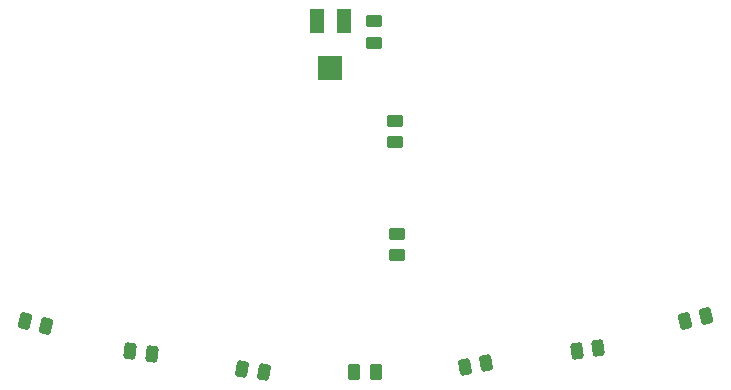
<source format=gbr>
%TF.GenerationSoftware,KiCad,Pcbnew,7.0.9*%
%TF.CreationDate,2025-05-06T13:12:28+09:00*%
%TF.ProjectId,Line_side&back,4c696e65-5f73-4696-9465-266261636b2e,rev?*%
%TF.SameCoordinates,Original*%
%TF.FileFunction,Paste,Top*%
%TF.FilePolarity,Positive*%
%FSLAX46Y46*%
G04 Gerber Fmt 4.6, Leading zero omitted, Abs format (unit mm)*
G04 Created by KiCad (PCBNEW 7.0.9) date 2025-05-06 13:12:28*
%MOMM*%
%LPD*%
G01*
G04 APERTURE LIST*
G04 Aperture macros list*
%AMRoundRect*
0 Rectangle with rounded corners*
0 $1 Rounding radius*
0 $2 $3 $4 $5 $6 $7 $8 $9 X,Y pos of 4 corners*
0 Add a 4 corners polygon primitive as box body*
4,1,4,$2,$3,$4,$5,$6,$7,$8,$9,$2,$3,0*
0 Add four circle primitives for the rounded corners*
1,1,$1+$1,$2,$3*
1,1,$1+$1,$4,$5*
1,1,$1+$1,$6,$7*
1,1,$1+$1,$8,$9*
0 Add four rect primitives between the rounded corners*
20,1,$1+$1,$2,$3,$4,$5,0*
20,1,$1+$1,$4,$5,$6,$7,0*
20,1,$1+$1,$6,$7,$8,$9,0*
20,1,$1+$1,$8,$9,$2,$3,0*%
G04 Aperture macros list end*
%ADD10R,1.300000X2.000000*%
%ADD11R,2.000000X2.000000*%
%ADD12RoundRect,0.250000X0.329664X0.403396X-0.188873X0.485524X-0.329664X-0.403396X0.188873X-0.485524X0*%
%ADD13RoundRect,0.250000X0.180370X0.488746X-0.336654X0.397581X-0.180370X-0.488746X0.336654X-0.397581X0*%
%ADD14RoundRect,0.250000X-0.450000X0.262500X-0.450000X-0.262500X0.450000X-0.262500X0.450000X0.262500X0*%
%ADD15RoundRect,0.250000X0.315385X0.414655X-0.205702X0.478636X-0.315385X-0.414655X0.205702X-0.478636X0*%
%ADD16RoundRect,0.250000X0.370024X0.366727X-0.137087X0.502607X-0.370024X-0.366727X0.137087X-0.502607X0*%
%ADD17RoundRect,0.250000X0.197317X0.482154X-0.322573X0.409088X-0.197317X-0.482154X0.322573X-0.409088X0*%
%ADD18RoundRect,0.250000X0.262500X0.450000X-0.262500X0.450000X-0.262500X-0.450000X0.262500X-0.450000X0*%
%ADD19RoundRect,0.250000X0.137087X0.502607X-0.370024X0.366727X-0.137087X-0.502607X0.370024X-0.366727X0*%
%ADD20RoundRect,0.250000X0.450000X-0.262500X0.450000X0.262500X-0.450000X0.262500X-0.450000X-0.262500X0*%
G04 APERTURE END LIST*
D10*
%TO.C,RV1*%
X147940000Y-120000000D03*
D11*
X149090000Y-124000000D03*
D10*
X150240000Y-120000000D03*
%TD*%
D12*
%TO.C,R1*%
X143432532Y-149705492D03*
X141630000Y-149420000D03*
%TD*%
D13*
%TO.C,R5*%
X162268637Y-148941546D03*
X160471363Y-149258454D03*
%TD*%
D14*
%TO.C,R8*%
X154690000Y-137987500D03*
X154690000Y-139812500D03*
%TD*%
D15*
%TO.C,R11*%
X133965698Y-148181206D03*
X132154302Y-147958794D03*
%TD*%
D14*
%TO.C,R7*%
X154590000Y-128437500D03*
X154590000Y-130262500D03*
%TD*%
D16*
%TO.C,R9*%
X124971407Y-145836172D03*
X123208593Y-145363828D03*
%TD*%
D17*
%TO.C,R4*%
X171743620Y-147653005D03*
X169936380Y-147906995D03*
%TD*%
D18*
%TO.C,R6*%
X152912500Y-149680000D03*
X151087500Y-149680000D03*
%TD*%
D19*
%TO.C,R2*%
X180890000Y-144930000D03*
X179127186Y-145402344D03*
%TD*%
D20*
%TO.C,R3*%
X152820000Y-121815000D03*
X152820000Y-119990000D03*
%TD*%
M02*

</source>
